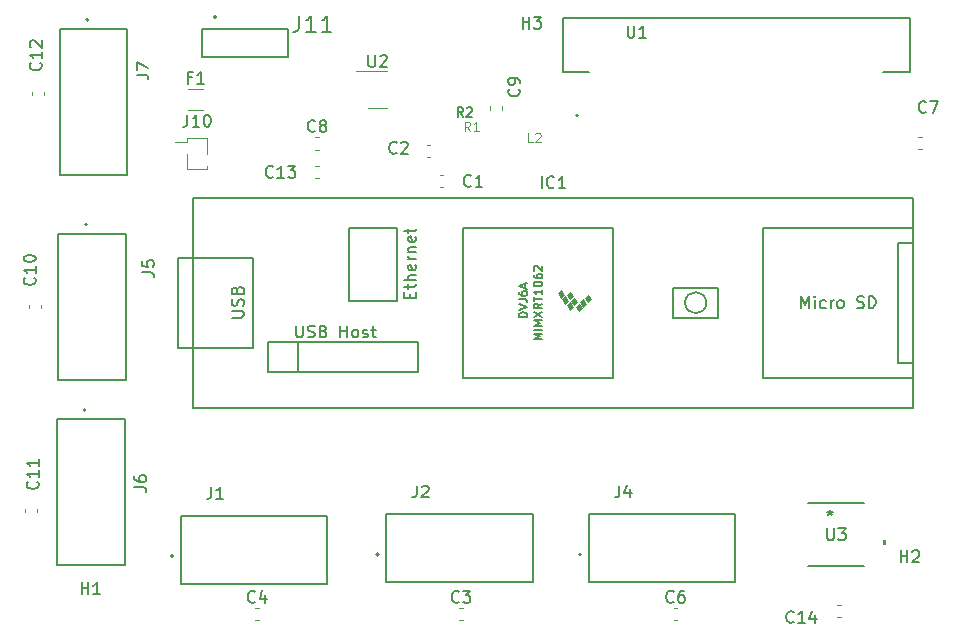
<source format=gbr>
%TF.GenerationSoftware,KiCad,Pcbnew,7.0.7*%
%TF.CreationDate,2024-02-11T14:14:06-05:00*%
%TF.ProjectId,Teddi 2-11-24,54656464-6920-4322-9d31-312d32342e6b,rev?*%
%TF.SameCoordinates,Original*%
%TF.FileFunction,Legend,Top*%
%TF.FilePolarity,Positive*%
%FSLAX46Y46*%
G04 Gerber Fmt 4.6, Leading zero omitted, Abs format (unit mm)*
G04 Created by KiCad (PCBNEW 7.0.7) date 2024-02-11 14:14:06*
%MOMM*%
%LPD*%
G01*
G04 APERTURE LIST*
%ADD10C,0.150000*%
%ADD11C,0.080000*%
%ADD12C,0.100000*%
%ADD13C,0.120000*%
%ADD14C,0.127000*%
%ADD15C,0.200000*%
%ADD16C,0.152400*%
G04 APERTURE END LIST*
D10*
X97503810Y-92824819D02*
X97503810Y-91824819D01*
X98551428Y-92729580D02*
X98503809Y-92777200D01*
X98503809Y-92777200D02*
X98360952Y-92824819D01*
X98360952Y-92824819D02*
X98265714Y-92824819D01*
X98265714Y-92824819D02*
X98122857Y-92777200D01*
X98122857Y-92777200D02*
X98027619Y-92681961D01*
X98027619Y-92681961D02*
X97980000Y-92586723D01*
X97980000Y-92586723D02*
X97932381Y-92396247D01*
X97932381Y-92396247D02*
X97932381Y-92253390D01*
X97932381Y-92253390D02*
X97980000Y-92062914D01*
X97980000Y-92062914D02*
X98027619Y-91967676D01*
X98027619Y-91967676D02*
X98122857Y-91872438D01*
X98122857Y-91872438D02*
X98265714Y-91824819D01*
X98265714Y-91824819D02*
X98360952Y-91824819D01*
X98360952Y-91824819D02*
X98503809Y-91872438D01*
X98503809Y-91872438D02*
X98551428Y-91920057D01*
X99503809Y-92824819D02*
X98932381Y-92824819D01*
X99218095Y-92824819D02*
X99218095Y-91824819D01*
X99218095Y-91824819D02*
X99122857Y-91967676D01*
X99122857Y-91967676D02*
X99027619Y-92062914D01*
X99027619Y-92062914D02*
X98932381Y-92110533D01*
X97526033Y-105613333D02*
X96826033Y-105613333D01*
X96826033Y-105613333D02*
X97326033Y-105380000D01*
X97326033Y-105380000D02*
X96826033Y-105146666D01*
X96826033Y-105146666D02*
X97526033Y-105146666D01*
X97526033Y-104813333D02*
X96826033Y-104813333D01*
X97526033Y-104480000D02*
X96826033Y-104480000D01*
X96826033Y-104480000D02*
X97326033Y-104246667D01*
X97326033Y-104246667D02*
X96826033Y-104013333D01*
X96826033Y-104013333D02*
X97526033Y-104013333D01*
X96826033Y-103746667D02*
X97526033Y-103280000D01*
X96826033Y-103280000D02*
X97526033Y-103746667D01*
X97526033Y-102613333D02*
X97192700Y-102846666D01*
X97526033Y-103013333D02*
X96826033Y-103013333D01*
X96826033Y-103013333D02*
X96826033Y-102746666D01*
X96826033Y-102746666D02*
X96859366Y-102680000D01*
X96859366Y-102680000D02*
X96892700Y-102646666D01*
X96892700Y-102646666D02*
X96959366Y-102613333D01*
X96959366Y-102613333D02*
X97059366Y-102613333D01*
X97059366Y-102613333D02*
X97126033Y-102646666D01*
X97126033Y-102646666D02*
X97159366Y-102680000D01*
X97159366Y-102680000D02*
X97192700Y-102746666D01*
X97192700Y-102746666D02*
X97192700Y-103013333D01*
X96826033Y-102413333D02*
X96826033Y-102013333D01*
X97526033Y-102213333D02*
X96826033Y-102213333D01*
X97526033Y-101413333D02*
X97526033Y-101813333D01*
X97526033Y-101613333D02*
X96826033Y-101613333D01*
X96826033Y-101613333D02*
X96926033Y-101680000D01*
X96926033Y-101680000D02*
X96992700Y-101746667D01*
X96992700Y-101746667D02*
X97026033Y-101813333D01*
X96826033Y-100980000D02*
X96826033Y-100913333D01*
X96826033Y-100913333D02*
X96859366Y-100846666D01*
X96859366Y-100846666D02*
X96892700Y-100813333D01*
X96892700Y-100813333D02*
X96959366Y-100780000D01*
X96959366Y-100780000D02*
X97092700Y-100746666D01*
X97092700Y-100746666D02*
X97259366Y-100746666D01*
X97259366Y-100746666D02*
X97392700Y-100780000D01*
X97392700Y-100780000D02*
X97459366Y-100813333D01*
X97459366Y-100813333D02*
X97492700Y-100846666D01*
X97492700Y-100846666D02*
X97526033Y-100913333D01*
X97526033Y-100913333D02*
X97526033Y-100980000D01*
X97526033Y-100980000D02*
X97492700Y-101046666D01*
X97492700Y-101046666D02*
X97459366Y-101080000D01*
X97459366Y-101080000D02*
X97392700Y-101113333D01*
X97392700Y-101113333D02*
X97259366Y-101146666D01*
X97259366Y-101146666D02*
X97092700Y-101146666D01*
X97092700Y-101146666D02*
X96959366Y-101113333D01*
X96959366Y-101113333D02*
X96892700Y-101080000D01*
X96892700Y-101080000D02*
X96859366Y-101046666D01*
X96859366Y-101046666D02*
X96826033Y-100980000D01*
X96826033Y-100146666D02*
X96826033Y-100279999D01*
X96826033Y-100279999D02*
X96859366Y-100346666D01*
X96859366Y-100346666D02*
X96892700Y-100379999D01*
X96892700Y-100379999D02*
X96992700Y-100446666D01*
X96992700Y-100446666D02*
X97126033Y-100479999D01*
X97126033Y-100479999D02*
X97392700Y-100479999D01*
X97392700Y-100479999D02*
X97459366Y-100446666D01*
X97459366Y-100446666D02*
X97492700Y-100413333D01*
X97492700Y-100413333D02*
X97526033Y-100346666D01*
X97526033Y-100346666D02*
X97526033Y-100213333D01*
X97526033Y-100213333D02*
X97492700Y-100146666D01*
X97492700Y-100146666D02*
X97459366Y-100113333D01*
X97459366Y-100113333D02*
X97392700Y-100079999D01*
X97392700Y-100079999D02*
X97226033Y-100079999D01*
X97226033Y-100079999D02*
X97159366Y-100113333D01*
X97159366Y-100113333D02*
X97126033Y-100146666D01*
X97126033Y-100146666D02*
X97092700Y-100213333D01*
X97092700Y-100213333D02*
X97092700Y-100346666D01*
X97092700Y-100346666D02*
X97126033Y-100413333D01*
X97126033Y-100413333D02*
X97159366Y-100446666D01*
X97159366Y-100446666D02*
X97226033Y-100479999D01*
X96892700Y-99813332D02*
X96859366Y-99779999D01*
X96859366Y-99779999D02*
X96826033Y-99713332D01*
X96826033Y-99713332D02*
X96826033Y-99546666D01*
X96826033Y-99546666D02*
X96859366Y-99479999D01*
X96859366Y-99479999D02*
X96892700Y-99446666D01*
X96892700Y-99446666D02*
X96959366Y-99413332D01*
X96959366Y-99413332D02*
X97026033Y-99413332D01*
X97026033Y-99413332D02*
X97126033Y-99446666D01*
X97126033Y-99446666D02*
X97526033Y-99846666D01*
X97526033Y-99846666D02*
X97526033Y-99413332D01*
X119490952Y-102984819D02*
X119490952Y-101984819D01*
X119490952Y-101984819D02*
X119824285Y-102699104D01*
X119824285Y-102699104D02*
X120157618Y-101984819D01*
X120157618Y-101984819D02*
X120157618Y-102984819D01*
X120633809Y-102984819D02*
X120633809Y-102318152D01*
X120633809Y-101984819D02*
X120586190Y-102032438D01*
X120586190Y-102032438D02*
X120633809Y-102080057D01*
X120633809Y-102080057D02*
X120681428Y-102032438D01*
X120681428Y-102032438D02*
X120633809Y-101984819D01*
X120633809Y-101984819D02*
X120633809Y-102080057D01*
X121538570Y-102937200D02*
X121443332Y-102984819D01*
X121443332Y-102984819D02*
X121252856Y-102984819D01*
X121252856Y-102984819D02*
X121157618Y-102937200D01*
X121157618Y-102937200D02*
X121109999Y-102889580D01*
X121109999Y-102889580D02*
X121062380Y-102794342D01*
X121062380Y-102794342D02*
X121062380Y-102508628D01*
X121062380Y-102508628D02*
X121109999Y-102413390D01*
X121109999Y-102413390D02*
X121157618Y-102365771D01*
X121157618Y-102365771D02*
X121252856Y-102318152D01*
X121252856Y-102318152D02*
X121443332Y-102318152D01*
X121443332Y-102318152D02*
X121538570Y-102365771D01*
X121967142Y-102984819D02*
X121967142Y-102318152D01*
X121967142Y-102508628D02*
X122014761Y-102413390D01*
X122014761Y-102413390D02*
X122062380Y-102365771D01*
X122062380Y-102365771D02*
X122157618Y-102318152D01*
X122157618Y-102318152D02*
X122252856Y-102318152D01*
X122729047Y-102984819D02*
X122633809Y-102937200D01*
X122633809Y-102937200D02*
X122586190Y-102889580D01*
X122586190Y-102889580D02*
X122538571Y-102794342D01*
X122538571Y-102794342D02*
X122538571Y-102508628D01*
X122538571Y-102508628D02*
X122586190Y-102413390D01*
X122586190Y-102413390D02*
X122633809Y-102365771D01*
X122633809Y-102365771D02*
X122729047Y-102318152D01*
X122729047Y-102318152D02*
X122871904Y-102318152D01*
X122871904Y-102318152D02*
X122967142Y-102365771D01*
X122967142Y-102365771D02*
X123014761Y-102413390D01*
X123014761Y-102413390D02*
X123062380Y-102508628D01*
X123062380Y-102508628D02*
X123062380Y-102794342D01*
X123062380Y-102794342D02*
X123014761Y-102889580D01*
X123014761Y-102889580D02*
X122967142Y-102937200D01*
X122967142Y-102937200D02*
X122871904Y-102984819D01*
X122871904Y-102984819D02*
X122729047Y-102984819D01*
X124205238Y-102937200D02*
X124348095Y-102984819D01*
X124348095Y-102984819D02*
X124586190Y-102984819D01*
X124586190Y-102984819D02*
X124681428Y-102937200D01*
X124681428Y-102937200D02*
X124729047Y-102889580D01*
X124729047Y-102889580D02*
X124776666Y-102794342D01*
X124776666Y-102794342D02*
X124776666Y-102699104D01*
X124776666Y-102699104D02*
X124729047Y-102603866D01*
X124729047Y-102603866D02*
X124681428Y-102556247D01*
X124681428Y-102556247D02*
X124586190Y-102508628D01*
X124586190Y-102508628D02*
X124395714Y-102461009D01*
X124395714Y-102461009D02*
X124300476Y-102413390D01*
X124300476Y-102413390D02*
X124252857Y-102365771D01*
X124252857Y-102365771D02*
X124205238Y-102270533D01*
X124205238Y-102270533D02*
X124205238Y-102175295D01*
X124205238Y-102175295D02*
X124252857Y-102080057D01*
X124252857Y-102080057D02*
X124300476Y-102032438D01*
X124300476Y-102032438D02*
X124395714Y-101984819D01*
X124395714Y-101984819D02*
X124633809Y-101984819D01*
X124633809Y-101984819D02*
X124776666Y-102032438D01*
X125205238Y-102984819D02*
X125205238Y-101984819D01*
X125205238Y-101984819D02*
X125443333Y-101984819D01*
X125443333Y-101984819D02*
X125586190Y-102032438D01*
X125586190Y-102032438D02*
X125681428Y-102127676D01*
X125681428Y-102127676D02*
X125729047Y-102222914D01*
X125729047Y-102222914D02*
X125776666Y-102413390D01*
X125776666Y-102413390D02*
X125776666Y-102556247D01*
X125776666Y-102556247D02*
X125729047Y-102746723D01*
X125729047Y-102746723D02*
X125681428Y-102841961D01*
X125681428Y-102841961D02*
X125586190Y-102937200D01*
X125586190Y-102937200D02*
X125443333Y-102984819D01*
X125443333Y-102984819D02*
X125205238Y-102984819D01*
X96256033Y-103733333D02*
X95556033Y-103733333D01*
X95556033Y-103733333D02*
X95556033Y-103566666D01*
X95556033Y-103566666D02*
X95589366Y-103466666D01*
X95589366Y-103466666D02*
X95656033Y-103400000D01*
X95656033Y-103400000D02*
X95722700Y-103366666D01*
X95722700Y-103366666D02*
X95856033Y-103333333D01*
X95856033Y-103333333D02*
X95956033Y-103333333D01*
X95956033Y-103333333D02*
X96089366Y-103366666D01*
X96089366Y-103366666D02*
X96156033Y-103400000D01*
X96156033Y-103400000D02*
X96222700Y-103466666D01*
X96222700Y-103466666D02*
X96256033Y-103566666D01*
X96256033Y-103566666D02*
X96256033Y-103733333D01*
X95556033Y-103133333D02*
X96256033Y-102900000D01*
X96256033Y-102900000D02*
X95556033Y-102666666D01*
X95556033Y-102233333D02*
X96056033Y-102233333D01*
X96056033Y-102233333D02*
X96156033Y-102266666D01*
X96156033Y-102266666D02*
X96222700Y-102333333D01*
X96222700Y-102333333D02*
X96256033Y-102433333D01*
X96256033Y-102433333D02*
X96256033Y-102500000D01*
X95556033Y-101600000D02*
X95556033Y-101733333D01*
X95556033Y-101733333D02*
X95589366Y-101800000D01*
X95589366Y-101800000D02*
X95622700Y-101833333D01*
X95622700Y-101833333D02*
X95722700Y-101900000D01*
X95722700Y-101900000D02*
X95856033Y-101933333D01*
X95856033Y-101933333D02*
X96122700Y-101933333D01*
X96122700Y-101933333D02*
X96189366Y-101900000D01*
X96189366Y-101900000D02*
X96222700Y-101866667D01*
X96222700Y-101866667D02*
X96256033Y-101800000D01*
X96256033Y-101800000D02*
X96256033Y-101666667D01*
X96256033Y-101666667D02*
X96222700Y-101600000D01*
X96222700Y-101600000D02*
X96189366Y-101566667D01*
X96189366Y-101566667D02*
X96122700Y-101533333D01*
X96122700Y-101533333D02*
X95956033Y-101533333D01*
X95956033Y-101533333D02*
X95889366Y-101566667D01*
X95889366Y-101566667D02*
X95856033Y-101600000D01*
X95856033Y-101600000D02*
X95822700Y-101666667D01*
X95822700Y-101666667D02*
X95822700Y-101800000D01*
X95822700Y-101800000D02*
X95856033Y-101866667D01*
X95856033Y-101866667D02*
X95889366Y-101900000D01*
X95889366Y-101900000D02*
X95956033Y-101933333D01*
X96056033Y-101266666D02*
X96056033Y-100933333D01*
X96256033Y-101333333D02*
X95556033Y-101100000D01*
X95556033Y-101100000D02*
X96256033Y-100866666D01*
X76704676Y-104474019D02*
X76704676Y-105283542D01*
X76704676Y-105283542D02*
X76752295Y-105378780D01*
X76752295Y-105378780D02*
X76799914Y-105426400D01*
X76799914Y-105426400D02*
X76895152Y-105474019D01*
X76895152Y-105474019D02*
X77085628Y-105474019D01*
X77085628Y-105474019D02*
X77180866Y-105426400D01*
X77180866Y-105426400D02*
X77228485Y-105378780D01*
X77228485Y-105378780D02*
X77276104Y-105283542D01*
X77276104Y-105283542D02*
X77276104Y-104474019D01*
X77704676Y-105426400D02*
X77847533Y-105474019D01*
X77847533Y-105474019D02*
X78085628Y-105474019D01*
X78085628Y-105474019D02*
X78180866Y-105426400D01*
X78180866Y-105426400D02*
X78228485Y-105378780D01*
X78228485Y-105378780D02*
X78276104Y-105283542D01*
X78276104Y-105283542D02*
X78276104Y-105188304D01*
X78276104Y-105188304D02*
X78228485Y-105093066D01*
X78228485Y-105093066D02*
X78180866Y-105045447D01*
X78180866Y-105045447D02*
X78085628Y-104997828D01*
X78085628Y-104997828D02*
X77895152Y-104950209D01*
X77895152Y-104950209D02*
X77799914Y-104902590D01*
X77799914Y-104902590D02*
X77752295Y-104854971D01*
X77752295Y-104854971D02*
X77704676Y-104759733D01*
X77704676Y-104759733D02*
X77704676Y-104664495D01*
X77704676Y-104664495D02*
X77752295Y-104569257D01*
X77752295Y-104569257D02*
X77799914Y-104521638D01*
X77799914Y-104521638D02*
X77895152Y-104474019D01*
X77895152Y-104474019D02*
X78133247Y-104474019D01*
X78133247Y-104474019D02*
X78276104Y-104521638D01*
X79038009Y-104950209D02*
X79180866Y-104997828D01*
X79180866Y-104997828D02*
X79228485Y-105045447D01*
X79228485Y-105045447D02*
X79276104Y-105140685D01*
X79276104Y-105140685D02*
X79276104Y-105283542D01*
X79276104Y-105283542D02*
X79228485Y-105378780D01*
X79228485Y-105378780D02*
X79180866Y-105426400D01*
X79180866Y-105426400D02*
X79085628Y-105474019D01*
X79085628Y-105474019D02*
X78704676Y-105474019D01*
X78704676Y-105474019D02*
X78704676Y-104474019D01*
X78704676Y-104474019D02*
X79038009Y-104474019D01*
X79038009Y-104474019D02*
X79133247Y-104521638D01*
X79133247Y-104521638D02*
X79180866Y-104569257D01*
X79180866Y-104569257D02*
X79228485Y-104664495D01*
X79228485Y-104664495D02*
X79228485Y-104759733D01*
X79228485Y-104759733D02*
X79180866Y-104854971D01*
X79180866Y-104854971D02*
X79133247Y-104902590D01*
X79133247Y-104902590D02*
X79038009Y-104950209D01*
X79038009Y-104950209D02*
X78704676Y-104950209D01*
X80466581Y-105474019D02*
X80466581Y-104474019D01*
X80466581Y-104950209D02*
X81038009Y-104950209D01*
X81038009Y-105474019D02*
X81038009Y-104474019D01*
X81657057Y-105474019D02*
X81561819Y-105426400D01*
X81561819Y-105426400D02*
X81514200Y-105378780D01*
X81514200Y-105378780D02*
X81466581Y-105283542D01*
X81466581Y-105283542D02*
X81466581Y-104997828D01*
X81466581Y-104997828D02*
X81514200Y-104902590D01*
X81514200Y-104902590D02*
X81561819Y-104854971D01*
X81561819Y-104854971D02*
X81657057Y-104807352D01*
X81657057Y-104807352D02*
X81799914Y-104807352D01*
X81799914Y-104807352D02*
X81895152Y-104854971D01*
X81895152Y-104854971D02*
X81942771Y-104902590D01*
X81942771Y-104902590D02*
X81990390Y-104997828D01*
X81990390Y-104997828D02*
X81990390Y-105283542D01*
X81990390Y-105283542D02*
X81942771Y-105378780D01*
X81942771Y-105378780D02*
X81895152Y-105426400D01*
X81895152Y-105426400D02*
X81799914Y-105474019D01*
X81799914Y-105474019D02*
X81657057Y-105474019D01*
X82371343Y-105426400D02*
X82466581Y-105474019D01*
X82466581Y-105474019D02*
X82657057Y-105474019D01*
X82657057Y-105474019D02*
X82752295Y-105426400D01*
X82752295Y-105426400D02*
X82799914Y-105331161D01*
X82799914Y-105331161D02*
X82799914Y-105283542D01*
X82799914Y-105283542D02*
X82752295Y-105188304D01*
X82752295Y-105188304D02*
X82657057Y-105140685D01*
X82657057Y-105140685D02*
X82514200Y-105140685D01*
X82514200Y-105140685D02*
X82418962Y-105093066D01*
X82418962Y-105093066D02*
X82371343Y-104997828D01*
X82371343Y-104997828D02*
X82371343Y-104950209D01*
X82371343Y-104950209D02*
X82418962Y-104854971D01*
X82418962Y-104854971D02*
X82514200Y-104807352D01*
X82514200Y-104807352D02*
X82657057Y-104807352D01*
X82657057Y-104807352D02*
X82752295Y-104854971D01*
X83085629Y-104807352D02*
X83466581Y-104807352D01*
X83228486Y-104474019D02*
X83228486Y-105331161D01*
X83228486Y-105331161D02*
X83276105Y-105426400D01*
X83276105Y-105426400D02*
X83371343Y-105474019D01*
X83371343Y-105474019D02*
X83466581Y-105474019D01*
X86346009Y-102110543D02*
X86346009Y-101777210D01*
X86869819Y-101634353D02*
X86869819Y-102110543D01*
X86869819Y-102110543D02*
X85869819Y-102110543D01*
X85869819Y-102110543D02*
X85869819Y-101634353D01*
X86203152Y-101348638D02*
X86203152Y-100967686D01*
X85869819Y-101205781D02*
X86726961Y-101205781D01*
X86726961Y-101205781D02*
X86822200Y-101158162D01*
X86822200Y-101158162D02*
X86869819Y-101062924D01*
X86869819Y-101062924D02*
X86869819Y-100967686D01*
X86869819Y-100634352D02*
X85869819Y-100634352D01*
X86869819Y-100205781D02*
X86346009Y-100205781D01*
X86346009Y-100205781D02*
X86250771Y-100253400D01*
X86250771Y-100253400D02*
X86203152Y-100348638D01*
X86203152Y-100348638D02*
X86203152Y-100491495D01*
X86203152Y-100491495D02*
X86250771Y-100586733D01*
X86250771Y-100586733D02*
X86298390Y-100634352D01*
X86822200Y-99348638D02*
X86869819Y-99443876D01*
X86869819Y-99443876D02*
X86869819Y-99634352D01*
X86869819Y-99634352D02*
X86822200Y-99729590D01*
X86822200Y-99729590D02*
X86726961Y-99777209D01*
X86726961Y-99777209D02*
X86346009Y-99777209D01*
X86346009Y-99777209D02*
X86250771Y-99729590D01*
X86250771Y-99729590D02*
X86203152Y-99634352D01*
X86203152Y-99634352D02*
X86203152Y-99443876D01*
X86203152Y-99443876D02*
X86250771Y-99348638D01*
X86250771Y-99348638D02*
X86346009Y-99301019D01*
X86346009Y-99301019D02*
X86441247Y-99301019D01*
X86441247Y-99301019D02*
X86536485Y-99777209D01*
X86869819Y-98872447D02*
X86203152Y-98872447D01*
X86393628Y-98872447D02*
X86298390Y-98824828D01*
X86298390Y-98824828D02*
X86250771Y-98777209D01*
X86250771Y-98777209D02*
X86203152Y-98681971D01*
X86203152Y-98681971D02*
X86203152Y-98586733D01*
X86203152Y-98253399D02*
X86869819Y-98253399D01*
X86298390Y-98253399D02*
X86250771Y-98205780D01*
X86250771Y-98205780D02*
X86203152Y-98110542D01*
X86203152Y-98110542D02*
X86203152Y-97967685D01*
X86203152Y-97967685D02*
X86250771Y-97872447D01*
X86250771Y-97872447D02*
X86346009Y-97824828D01*
X86346009Y-97824828D02*
X86869819Y-97824828D01*
X86822200Y-96967685D02*
X86869819Y-97062923D01*
X86869819Y-97062923D02*
X86869819Y-97253399D01*
X86869819Y-97253399D02*
X86822200Y-97348637D01*
X86822200Y-97348637D02*
X86726961Y-97396256D01*
X86726961Y-97396256D02*
X86346009Y-97396256D01*
X86346009Y-97396256D02*
X86250771Y-97348637D01*
X86250771Y-97348637D02*
X86203152Y-97253399D01*
X86203152Y-97253399D02*
X86203152Y-97062923D01*
X86203152Y-97062923D02*
X86250771Y-96967685D01*
X86250771Y-96967685D02*
X86346009Y-96920066D01*
X86346009Y-96920066D02*
X86441247Y-96920066D01*
X86441247Y-96920066D02*
X86536485Y-97396256D01*
X86203152Y-96634351D02*
X86203152Y-96253399D01*
X85869819Y-96491494D02*
X86726961Y-96491494D01*
X86726961Y-96491494D02*
X86822200Y-96443875D01*
X86822200Y-96443875D02*
X86869819Y-96348637D01*
X86869819Y-96348637D02*
X86869819Y-96253399D01*
X71264819Y-103791904D02*
X72074342Y-103791904D01*
X72074342Y-103791904D02*
X72169580Y-103744285D01*
X72169580Y-103744285D02*
X72217200Y-103696666D01*
X72217200Y-103696666D02*
X72264819Y-103601428D01*
X72264819Y-103601428D02*
X72264819Y-103410952D01*
X72264819Y-103410952D02*
X72217200Y-103315714D01*
X72217200Y-103315714D02*
X72169580Y-103268095D01*
X72169580Y-103268095D02*
X72074342Y-103220476D01*
X72074342Y-103220476D02*
X71264819Y-103220476D01*
X72217200Y-102791904D02*
X72264819Y-102649047D01*
X72264819Y-102649047D02*
X72264819Y-102410952D01*
X72264819Y-102410952D02*
X72217200Y-102315714D01*
X72217200Y-102315714D02*
X72169580Y-102268095D01*
X72169580Y-102268095D02*
X72074342Y-102220476D01*
X72074342Y-102220476D02*
X71979104Y-102220476D01*
X71979104Y-102220476D02*
X71883866Y-102268095D01*
X71883866Y-102268095D02*
X71836247Y-102315714D01*
X71836247Y-102315714D02*
X71788628Y-102410952D01*
X71788628Y-102410952D02*
X71741009Y-102601428D01*
X71741009Y-102601428D02*
X71693390Y-102696666D01*
X71693390Y-102696666D02*
X71645771Y-102744285D01*
X71645771Y-102744285D02*
X71550533Y-102791904D01*
X71550533Y-102791904D02*
X71455295Y-102791904D01*
X71455295Y-102791904D02*
X71360057Y-102744285D01*
X71360057Y-102744285D02*
X71312438Y-102696666D01*
X71312438Y-102696666D02*
X71264819Y-102601428D01*
X71264819Y-102601428D02*
X71264819Y-102363333D01*
X71264819Y-102363333D02*
X71312438Y-102220476D01*
X71741009Y-101458571D02*
X71788628Y-101315714D01*
X71788628Y-101315714D02*
X71836247Y-101268095D01*
X71836247Y-101268095D02*
X71931485Y-101220476D01*
X71931485Y-101220476D02*
X72074342Y-101220476D01*
X72074342Y-101220476D02*
X72169580Y-101268095D01*
X72169580Y-101268095D02*
X72217200Y-101315714D01*
X72217200Y-101315714D02*
X72264819Y-101410952D01*
X72264819Y-101410952D02*
X72264819Y-101791904D01*
X72264819Y-101791904D02*
X71264819Y-101791904D01*
X71264819Y-101791904D02*
X71264819Y-101458571D01*
X71264819Y-101458571D02*
X71312438Y-101363333D01*
X71312438Y-101363333D02*
X71360057Y-101315714D01*
X71360057Y-101315714D02*
X71455295Y-101268095D01*
X71455295Y-101268095D02*
X71550533Y-101268095D01*
X71550533Y-101268095D02*
X71645771Y-101315714D01*
X71645771Y-101315714D02*
X71693390Y-101363333D01*
X71693390Y-101363333D02*
X71741009Y-101458571D01*
X71741009Y-101458571D02*
X71741009Y-101791904D01*
X95558780Y-84443866D02*
X95606400Y-84491485D01*
X95606400Y-84491485D02*
X95654019Y-84634342D01*
X95654019Y-84634342D02*
X95654019Y-84729580D01*
X95654019Y-84729580D02*
X95606400Y-84872437D01*
X95606400Y-84872437D02*
X95511161Y-84967675D01*
X95511161Y-84967675D02*
X95415923Y-85015294D01*
X95415923Y-85015294D02*
X95225447Y-85062913D01*
X95225447Y-85062913D02*
X95082590Y-85062913D01*
X95082590Y-85062913D02*
X94892114Y-85015294D01*
X94892114Y-85015294D02*
X94796876Y-84967675D01*
X94796876Y-84967675D02*
X94701638Y-84872437D01*
X94701638Y-84872437D02*
X94654019Y-84729580D01*
X94654019Y-84729580D02*
X94654019Y-84634342D01*
X94654019Y-84634342D02*
X94701638Y-84491485D01*
X94701638Y-84491485D02*
X94749257Y-84443866D01*
X95654019Y-83967675D02*
X95654019Y-83777199D01*
X95654019Y-83777199D02*
X95606400Y-83681961D01*
X95606400Y-83681961D02*
X95558780Y-83634342D01*
X95558780Y-83634342D02*
X95415923Y-83539104D01*
X95415923Y-83539104D02*
X95225447Y-83491485D01*
X95225447Y-83491485D02*
X94844495Y-83491485D01*
X94844495Y-83491485D02*
X94749257Y-83539104D01*
X94749257Y-83539104D02*
X94701638Y-83586723D01*
X94701638Y-83586723D02*
X94654019Y-83681961D01*
X94654019Y-83681961D02*
X94654019Y-83872437D01*
X94654019Y-83872437D02*
X94701638Y-83967675D01*
X94701638Y-83967675D02*
X94749257Y-84015294D01*
X94749257Y-84015294D02*
X94844495Y-84062913D01*
X94844495Y-84062913D02*
X95082590Y-84062913D01*
X95082590Y-84062913D02*
X95177828Y-84015294D01*
X95177828Y-84015294D02*
X95225447Y-83967675D01*
X95225447Y-83967675D02*
X95273066Y-83872437D01*
X95273066Y-83872437D02*
X95273066Y-83681961D01*
X95273066Y-83681961D02*
X95225447Y-83586723D01*
X95225447Y-83586723D02*
X95177828Y-83539104D01*
X95177828Y-83539104D02*
X95082590Y-83491485D01*
X118838742Y-129543980D02*
X118791123Y-129591600D01*
X118791123Y-129591600D02*
X118648266Y-129639219D01*
X118648266Y-129639219D02*
X118553028Y-129639219D01*
X118553028Y-129639219D02*
X118410171Y-129591600D01*
X118410171Y-129591600D02*
X118314933Y-129496361D01*
X118314933Y-129496361D02*
X118267314Y-129401123D01*
X118267314Y-129401123D02*
X118219695Y-129210647D01*
X118219695Y-129210647D02*
X118219695Y-129067790D01*
X118219695Y-129067790D02*
X118267314Y-128877314D01*
X118267314Y-128877314D02*
X118314933Y-128782076D01*
X118314933Y-128782076D02*
X118410171Y-128686838D01*
X118410171Y-128686838D02*
X118553028Y-128639219D01*
X118553028Y-128639219D02*
X118648266Y-128639219D01*
X118648266Y-128639219D02*
X118791123Y-128686838D01*
X118791123Y-128686838D02*
X118838742Y-128734457D01*
X119791123Y-129639219D02*
X119219695Y-129639219D01*
X119505409Y-129639219D02*
X119505409Y-128639219D01*
X119505409Y-128639219D02*
X119410171Y-128782076D01*
X119410171Y-128782076D02*
X119314933Y-128877314D01*
X119314933Y-128877314D02*
X119219695Y-128924933D01*
X120648266Y-128972552D02*
X120648266Y-129639219D01*
X120410171Y-128591600D02*
X120172076Y-129305885D01*
X120172076Y-129305885D02*
X120791123Y-129305885D01*
X74744342Y-91850380D02*
X74696723Y-91898000D01*
X74696723Y-91898000D02*
X74553866Y-91945619D01*
X74553866Y-91945619D02*
X74458628Y-91945619D01*
X74458628Y-91945619D02*
X74315771Y-91898000D01*
X74315771Y-91898000D02*
X74220533Y-91802761D01*
X74220533Y-91802761D02*
X74172914Y-91707523D01*
X74172914Y-91707523D02*
X74125295Y-91517047D01*
X74125295Y-91517047D02*
X74125295Y-91374190D01*
X74125295Y-91374190D02*
X74172914Y-91183714D01*
X74172914Y-91183714D02*
X74220533Y-91088476D01*
X74220533Y-91088476D02*
X74315771Y-90993238D01*
X74315771Y-90993238D02*
X74458628Y-90945619D01*
X74458628Y-90945619D02*
X74553866Y-90945619D01*
X74553866Y-90945619D02*
X74696723Y-90993238D01*
X74696723Y-90993238D02*
X74744342Y-91040857D01*
X75696723Y-91945619D02*
X75125295Y-91945619D01*
X75411009Y-91945619D02*
X75411009Y-90945619D01*
X75411009Y-90945619D02*
X75315771Y-91088476D01*
X75315771Y-91088476D02*
X75220533Y-91183714D01*
X75220533Y-91183714D02*
X75125295Y-91231333D01*
X76030057Y-90945619D02*
X76649104Y-90945619D01*
X76649104Y-90945619D02*
X76315771Y-91326571D01*
X76315771Y-91326571D02*
X76458628Y-91326571D01*
X76458628Y-91326571D02*
X76553866Y-91374190D01*
X76553866Y-91374190D02*
X76601485Y-91421809D01*
X76601485Y-91421809D02*
X76649104Y-91517047D01*
X76649104Y-91517047D02*
X76649104Y-91755142D01*
X76649104Y-91755142D02*
X76601485Y-91850380D01*
X76601485Y-91850380D02*
X76553866Y-91898000D01*
X76553866Y-91898000D02*
X76458628Y-91945619D01*
X76458628Y-91945619D02*
X76172914Y-91945619D01*
X76172914Y-91945619D02*
X76077676Y-91898000D01*
X76077676Y-91898000D02*
X76030057Y-91850380D01*
X55071180Y-82227657D02*
X55118800Y-82275276D01*
X55118800Y-82275276D02*
X55166419Y-82418133D01*
X55166419Y-82418133D02*
X55166419Y-82513371D01*
X55166419Y-82513371D02*
X55118800Y-82656228D01*
X55118800Y-82656228D02*
X55023561Y-82751466D01*
X55023561Y-82751466D02*
X54928323Y-82799085D01*
X54928323Y-82799085D02*
X54737847Y-82846704D01*
X54737847Y-82846704D02*
X54594990Y-82846704D01*
X54594990Y-82846704D02*
X54404514Y-82799085D01*
X54404514Y-82799085D02*
X54309276Y-82751466D01*
X54309276Y-82751466D02*
X54214038Y-82656228D01*
X54214038Y-82656228D02*
X54166419Y-82513371D01*
X54166419Y-82513371D02*
X54166419Y-82418133D01*
X54166419Y-82418133D02*
X54214038Y-82275276D01*
X54214038Y-82275276D02*
X54261657Y-82227657D01*
X55166419Y-81275276D02*
X55166419Y-81846704D01*
X55166419Y-81560990D02*
X54166419Y-81560990D01*
X54166419Y-81560990D02*
X54309276Y-81656228D01*
X54309276Y-81656228D02*
X54404514Y-81751466D01*
X54404514Y-81751466D02*
X54452133Y-81846704D01*
X54261657Y-80894323D02*
X54214038Y-80846704D01*
X54214038Y-80846704D02*
X54166419Y-80751466D01*
X54166419Y-80751466D02*
X54166419Y-80513371D01*
X54166419Y-80513371D02*
X54214038Y-80418133D01*
X54214038Y-80418133D02*
X54261657Y-80370514D01*
X54261657Y-80370514D02*
X54356895Y-80322895D01*
X54356895Y-80322895D02*
X54452133Y-80322895D01*
X54452133Y-80322895D02*
X54594990Y-80370514D01*
X54594990Y-80370514D02*
X55166419Y-80941942D01*
X55166419Y-80941942D02*
X55166419Y-80322895D01*
X54817180Y-117686057D02*
X54864800Y-117733676D01*
X54864800Y-117733676D02*
X54912419Y-117876533D01*
X54912419Y-117876533D02*
X54912419Y-117971771D01*
X54912419Y-117971771D02*
X54864800Y-118114628D01*
X54864800Y-118114628D02*
X54769561Y-118209866D01*
X54769561Y-118209866D02*
X54674323Y-118257485D01*
X54674323Y-118257485D02*
X54483847Y-118305104D01*
X54483847Y-118305104D02*
X54340990Y-118305104D01*
X54340990Y-118305104D02*
X54150514Y-118257485D01*
X54150514Y-118257485D02*
X54055276Y-118209866D01*
X54055276Y-118209866D02*
X53960038Y-118114628D01*
X53960038Y-118114628D02*
X53912419Y-117971771D01*
X53912419Y-117971771D02*
X53912419Y-117876533D01*
X53912419Y-117876533D02*
X53960038Y-117733676D01*
X53960038Y-117733676D02*
X54007657Y-117686057D01*
X54912419Y-116733676D02*
X54912419Y-117305104D01*
X54912419Y-117019390D02*
X53912419Y-117019390D01*
X53912419Y-117019390D02*
X54055276Y-117114628D01*
X54055276Y-117114628D02*
X54150514Y-117209866D01*
X54150514Y-117209866D02*
X54198133Y-117305104D01*
X54912419Y-115781295D02*
X54912419Y-116352723D01*
X54912419Y-116067009D02*
X53912419Y-116067009D01*
X53912419Y-116067009D02*
X54055276Y-116162247D01*
X54055276Y-116162247D02*
X54150514Y-116257485D01*
X54150514Y-116257485D02*
X54198133Y-116352723D01*
X54563180Y-100414057D02*
X54610800Y-100461676D01*
X54610800Y-100461676D02*
X54658419Y-100604533D01*
X54658419Y-100604533D02*
X54658419Y-100699771D01*
X54658419Y-100699771D02*
X54610800Y-100842628D01*
X54610800Y-100842628D02*
X54515561Y-100937866D01*
X54515561Y-100937866D02*
X54420323Y-100985485D01*
X54420323Y-100985485D02*
X54229847Y-101033104D01*
X54229847Y-101033104D02*
X54086990Y-101033104D01*
X54086990Y-101033104D02*
X53896514Y-100985485D01*
X53896514Y-100985485D02*
X53801276Y-100937866D01*
X53801276Y-100937866D02*
X53706038Y-100842628D01*
X53706038Y-100842628D02*
X53658419Y-100699771D01*
X53658419Y-100699771D02*
X53658419Y-100604533D01*
X53658419Y-100604533D02*
X53706038Y-100461676D01*
X53706038Y-100461676D02*
X53753657Y-100414057D01*
X54658419Y-99461676D02*
X54658419Y-100033104D01*
X54658419Y-99747390D02*
X53658419Y-99747390D01*
X53658419Y-99747390D02*
X53801276Y-99842628D01*
X53801276Y-99842628D02*
X53896514Y-99937866D01*
X53896514Y-99937866D02*
X53944133Y-100033104D01*
X53658419Y-98842628D02*
X53658419Y-98747390D01*
X53658419Y-98747390D02*
X53706038Y-98652152D01*
X53706038Y-98652152D02*
X53753657Y-98604533D01*
X53753657Y-98604533D02*
X53848895Y-98556914D01*
X53848895Y-98556914D02*
X54039371Y-98509295D01*
X54039371Y-98509295D02*
X54277466Y-98509295D01*
X54277466Y-98509295D02*
X54467942Y-98556914D01*
X54467942Y-98556914D02*
X54563180Y-98604533D01*
X54563180Y-98604533D02*
X54610800Y-98652152D01*
X54610800Y-98652152D02*
X54658419Y-98747390D01*
X54658419Y-98747390D02*
X54658419Y-98842628D01*
X54658419Y-98842628D02*
X54610800Y-98937866D01*
X54610800Y-98937866D02*
X54563180Y-98985485D01*
X54563180Y-98985485D02*
X54467942Y-99033104D01*
X54467942Y-99033104D02*
X54277466Y-99080723D01*
X54277466Y-99080723D02*
X54039371Y-99080723D01*
X54039371Y-99080723D02*
X53848895Y-99033104D01*
X53848895Y-99033104D02*
X53753657Y-98985485D01*
X53753657Y-98985485D02*
X53706038Y-98937866D01*
X53706038Y-98937866D02*
X53658419Y-98842628D01*
X78319333Y-87979580D02*
X78271714Y-88027200D01*
X78271714Y-88027200D02*
X78128857Y-88074819D01*
X78128857Y-88074819D02*
X78033619Y-88074819D01*
X78033619Y-88074819D02*
X77890762Y-88027200D01*
X77890762Y-88027200D02*
X77795524Y-87931961D01*
X77795524Y-87931961D02*
X77747905Y-87836723D01*
X77747905Y-87836723D02*
X77700286Y-87646247D01*
X77700286Y-87646247D02*
X77700286Y-87503390D01*
X77700286Y-87503390D02*
X77747905Y-87312914D01*
X77747905Y-87312914D02*
X77795524Y-87217676D01*
X77795524Y-87217676D02*
X77890762Y-87122438D01*
X77890762Y-87122438D02*
X78033619Y-87074819D01*
X78033619Y-87074819D02*
X78128857Y-87074819D01*
X78128857Y-87074819D02*
X78271714Y-87122438D01*
X78271714Y-87122438D02*
X78319333Y-87170057D01*
X78890762Y-87503390D02*
X78795524Y-87455771D01*
X78795524Y-87455771D02*
X78747905Y-87408152D01*
X78747905Y-87408152D02*
X78700286Y-87312914D01*
X78700286Y-87312914D02*
X78700286Y-87265295D01*
X78700286Y-87265295D02*
X78747905Y-87170057D01*
X78747905Y-87170057D02*
X78795524Y-87122438D01*
X78795524Y-87122438D02*
X78890762Y-87074819D01*
X78890762Y-87074819D02*
X79081238Y-87074819D01*
X79081238Y-87074819D02*
X79176476Y-87122438D01*
X79176476Y-87122438D02*
X79224095Y-87170057D01*
X79224095Y-87170057D02*
X79271714Y-87265295D01*
X79271714Y-87265295D02*
X79271714Y-87312914D01*
X79271714Y-87312914D02*
X79224095Y-87408152D01*
X79224095Y-87408152D02*
X79176476Y-87455771D01*
X79176476Y-87455771D02*
X79081238Y-87503390D01*
X79081238Y-87503390D02*
X78890762Y-87503390D01*
X78890762Y-87503390D02*
X78795524Y-87551009D01*
X78795524Y-87551009D02*
X78747905Y-87598628D01*
X78747905Y-87598628D02*
X78700286Y-87693866D01*
X78700286Y-87693866D02*
X78700286Y-87884342D01*
X78700286Y-87884342D02*
X78747905Y-87979580D01*
X78747905Y-87979580D02*
X78795524Y-88027200D01*
X78795524Y-88027200D02*
X78890762Y-88074819D01*
X78890762Y-88074819D02*
X79081238Y-88074819D01*
X79081238Y-88074819D02*
X79176476Y-88027200D01*
X79176476Y-88027200D02*
X79224095Y-87979580D01*
X79224095Y-87979580D02*
X79271714Y-87884342D01*
X79271714Y-87884342D02*
X79271714Y-87693866D01*
X79271714Y-87693866D02*
X79224095Y-87598628D01*
X79224095Y-87598628D02*
X79176476Y-87551009D01*
X79176476Y-87551009D02*
X79081238Y-87503390D01*
X130033733Y-86363980D02*
X129986114Y-86411600D01*
X129986114Y-86411600D02*
X129843257Y-86459219D01*
X129843257Y-86459219D02*
X129748019Y-86459219D01*
X129748019Y-86459219D02*
X129605162Y-86411600D01*
X129605162Y-86411600D02*
X129509924Y-86316361D01*
X129509924Y-86316361D02*
X129462305Y-86221123D01*
X129462305Y-86221123D02*
X129414686Y-86030647D01*
X129414686Y-86030647D02*
X129414686Y-85887790D01*
X129414686Y-85887790D02*
X129462305Y-85697314D01*
X129462305Y-85697314D02*
X129509924Y-85602076D01*
X129509924Y-85602076D02*
X129605162Y-85506838D01*
X129605162Y-85506838D02*
X129748019Y-85459219D01*
X129748019Y-85459219D02*
X129843257Y-85459219D01*
X129843257Y-85459219D02*
X129986114Y-85506838D01*
X129986114Y-85506838D02*
X130033733Y-85554457D01*
X130367067Y-85459219D02*
X131033733Y-85459219D01*
X131033733Y-85459219D02*
X130605162Y-86459219D01*
X108672333Y-127834580D02*
X108624714Y-127882200D01*
X108624714Y-127882200D02*
X108481857Y-127929819D01*
X108481857Y-127929819D02*
X108386619Y-127929819D01*
X108386619Y-127929819D02*
X108243762Y-127882200D01*
X108243762Y-127882200D02*
X108148524Y-127786961D01*
X108148524Y-127786961D02*
X108100905Y-127691723D01*
X108100905Y-127691723D02*
X108053286Y-127501247D01*
X108053286Y-127501247D02*
X108053286Y-127358390D01*
X108053286Y-127358390D02*
X108100905Y-127167914D01*
X108100905Y-127167914D02*
X108148524Y-127072676D01*
X108148524Y-127072676D02*
X108243762Y-126977438D01*
X108243762Y-126977438D02*
X108386619Y-126929819D01*
X108386619Y-126929819D02*
X108481857Y-126929819D01*
X108481857Y-126929819D02*
X108624714Y-126977438D01*
X108624714Y-126977438D02*
X108672333Y-127025057D01*
X109529476Y-126929819D02*
X109339000Y-126929819D01*
X109339000Y-126929819D02*
X109243762Y-126977438D01*
X109243762Y-126977438D02*
X109196143Y-127025057D01*
X109196143Y-127025057D02*
X109100905Y-127167914D01*
X109100905Y-127167914D02*
X109053286Y-127358390D01*
X109053286Y-127358390D02*
X109053286Y-127739342D01*
X109053286Y-127739342D02*
X109100905Y-127834580D01*
X109100905Y-127834580D02*
X109148524Y-127882200D01*
X109148524Y-127882200D02*
X109243762Y-127929819D01*
X109243762Y-127929819D02*
X109434238Y-127929819D01*
X109434238Y-127929819D02*
X109529476Y-127882200D01*
X109529476Y-127882200D02*
X109577095Y-127834580D01*
X109577095Y-127834580D02*
X109624714Y-127739342D01*
X109624714Y-127739342D02*
X109624714Y-127501247D01*
X109624714Y-127501247D02*
X109577095Y-127406009D01*
X109577095Y-127406009D02*
X109529476Y-127358390D01*
X109529476Y-127358390D02*
X109434238Y-127310771D01*
X109434238Y-127310771D02*
X109243762Y-127310771D01*
X109243762Y-127310771D02*
X109148524Y-127358390D01*
X109148524Y-127358390D02*
X109100905Y-127406009D01*
X109100905Y-127406009D02*
X109053286Y-127501247D01*
X73239333Y-127834580D02*
X73191714Y-127882200D01*
X73191714Y-127882200D02*
X73048857Y-127929819D01*
X73048857Y-127929819D02*
X72953619Y-127929819D01*
X72953619Y-127929819D02*
X72810762Y-127882200D01*
X72810762Y-127882200D02*
X72715524Y-127786961D01*
X72715524Y-127786961D02*
X72667905Y-127691723D01*
X72667905Y-127691723D02*
X72620286Y-127501247D01*
X72620286Y-127501247D02*
X72620286Y-127358390D01*
X72620286Y-127358390D02*
X72667905Y-127167914D01*
X72667905Y-127167914D02*
X72715524Y-127072676D01*
X72715524Y-127072676D02*
X72810762Y-126977438D01*
X72810762Y-126977438D02*
X72953619Y-126929819D01*
X72953619Y-126929819D02*
X73048857Y-126929819D01*
X73048857Y-126929819D02*
X73191714Y-126977438D01*
X73191714Y-126977438D02*
X73239333Y-127025057D01*
X74096476Y-127263152D02*
X74096476Y-127929819D01*
X73858381Y-126882200D02*
X73620286Y-127596485D01*
X73620286Y-127596485D02*
X74239333Y-127596485D01*
X90511333Y-127834580D02*
X90463714Y-127882200D01*
X90463714Y-127882200D02*
X90320857Y-127929819D01*
X90320857Y-127929819D02*
X90225619Y-127929819D01*
X90225619Y-127929819D02*
X90082762Y-127882200D01*
X90082762Y-127882200D02*
X89987524Y-127786961D01*
X89987524Y-127786961D02*
X89939905Y-127691723D01*
X89939905Y-127691723D02*
X89892286Y-127501247D01*
X89892286Y-127501247D02*
X89892286Y-127358390D01*
X89892286Y-127358390D02*
X89939905Y-127167914D01*
X89939905Y-127167914D02*
X89987524Y-127072676D01*
X89987524Y-127072676D02*
X90082762Y-126977438D01*
X90082762Y-126977438D02*
X90225619Y-126929819D01*
X90225619Y-126929819D02*
X90320857Y-126929819D01*
X90320857Y-126929819D02*
X90463714Y-126977438D01*
X90463714Y-126977438D02*
X90511333Y-127025057D01*
X90844667Y-126929819D02*
X91463714Y-126929819D01*
X91463714Y-126929819D02*
X91130381Y-127310771D01*
X91130381Y-127310771D02*
X91273238Y-127310771D01*
X91273238Y-127310771D02*
X91368476Y-127358390D01*
X91368476Y-127358390D02*
X91416095Y-127406009D01*
X91416095Y-127406009D02*
X91463714Y-127501247D01*
X91463714Y-127501247D02*
X91463714Y-127739342D01*
X91463714Y-127739342D02*
X91416095Y-127834580D01*
X91416095Y-127834580D02*
X91368476Y-127882200D01*
X91368476Y-127882200D02*
X91273238Y-127929819D01*
X91273238Y-127929819D02*
X90987524Y-127929819D01*
X90987524Y-127929819D02*
X90892286Y-127882200D01*
X90892286Y-127882200D02*
X90844667Y-127834580D01*
X85228133Y-89818380D02*
X85180514Y-89866000D01*
X85180514Y-89866000D02*
X85037657Y-89913619D01*
X85037657Y-89913619D02*
X84942419Y-89913619D01*
X84942419Y-89913619D02*
X84799562Y-89866000D01*
X84799562Y-89866000D02*
X84704324Y-89770761D01*
X84704324Y-89770761D02*
X84656705Y-89675523D01*
X84656705Y-89675523D02*
X84609086Y-89485047D01*
X84609086Y-89485047D02*
X84609086Y-89342190D01*
X84609086Y-89342190D02*
X84656705Y-89151714D01*
X84656705Y-89151714D02*
X84704324Y-89056476D01*
X84704324Y-89056476D02*
X84799562Y-88961238D01*
X84799562Y-88961238D02*
X84942419Y-88913619D01*
X84942419Y-88913619D02*
X85037657Y-88913619D01*
X85037657Y-88913619D02*
X85180514Y-88961238D01*
X85180514Y-88961238D02*
X85228133Y-89008857D01*
X85609086Y-89008857D02*
X85656705Y-88961238D01*
X85656705Y-88961238D02*
X85751943Y-88913619D01*
X85751943Y-88913619D02*
X85990038Y-88913619D01*
X85990038Y-88913619D02*
X86085276Y-88961238D01*
X86085276Y-88961238D02*
X86132895Y-89008857D01*
X86132895Y-89008857D02*
X86180514Y-89104095D01*
X86180514Y-89104095D02*
X86180514Y-89199333D01*
X86180514Y-89199333D02*
X86132895Y-89342190D01*
X86132895Y-89342190D02*
X85561467Y-89913619D01*
X85561467Y-89913619D02*
X86180514Y-89913619D01*
X91527333Y-92612380D02*
X91479714Y-92660000D01*
X91479714Y-92660000D02*
X91336857Y-92707619D01*
X91336857Y-92707619D02*
X91241619Y-92707619D01*
X91241619Y-92707619D02*
X91098762Y-92660000D01*
X91098762Y-92660000D02*
X91003524Y-92564761D01*
X91003524Y-92564761D02*
X90955905Y-92469523D01*
X90955905Y-92469523D02*
X90908286Y-92279047D01*
X90908286Y-92279047D02*
X90908286Y-92136190D01*
X90908286Y-92136190D02*
X90955905Y-91945714D01*
X90955905Y-91945714D02*
X91003524Y-91850476D01*
X91003524Y-91850476D02*
X91098762Y-91755238D01*
X91098762Y-91755238D02*
X91241619Y-91707619D01*
X91241619Y-91707619D02*
X91336857Y-91707619D01*
X91336857Y-91707619D02*
X91479714Y-91755238D01*
X91479714Y-91755238D02*
X91527333Y-91802857D01*
X92479714Y-92707619D02*
X91908286Y-92707619D01*
X92194000Y-92707619D02*
X92194000Y-91707619D01*
X92194000Y-91707619D02*
X92098762Y-91850476D01*
X92098762Y-91850476D02*
X92003524Y-91945714D01*
X92003524Y-91945714D02*
X91908286Y-91993333D01*
X67865666Y-83455009D02*
X67532333Y-83455009D01*
X67532333Y-83978819D02*
X67532333Y-82978819D01*
X67532333Y-82978819D02*
X68008523Y-82978819D01*
X68913285Y-83978819D02*
X68341857Y-83978819D01*
X68627571Y-83978819D02*
X68627571Y-82978819D01*
X68627571Y-82978819D02*
X68532333Y-83121676D01*
X68532333Y-83121676D02*
X68437095Y-83216914D01*
X68437095Y-83216914D02*
X68341857Y-83264533D01*
D11*
X96742266Y-88961135D02*
X96361314Y-88961135D01*
X96361314Y-88961135D02*
X96361314Y-88161135D01*
X96970837Y-88237325D02*
X97008933Y-88199230D01*
X97008933Y-88199230D02*
X97085123Y-88161135D01*
X97085123Y-88161135D02*
X97275599Y-88161135D01*
X97275599Y-88161135D02*
X97351790Y-88199230D01*
X97351790Y-88199230D02*
X97389885Y-88237325D01*
X97389885Y-88237325D02*
X97427980Y-88313516D01*
X97427980Y-88313516D02*
X97427980Y-88389706D01*
X97427980Y-88389706D02*
X97389885Y-88503992D01*
X97389885Y-88503992D02*
X96932742Y-88961135D01*
X96932742Y-88961135D02*
X97427980Y-88961135D01*
D10*
X104087666Y-118011819D02*
X104087666Y-118726104D01*
X104087666Y-118726104D02*
X104040047Y-118868961D01*
X104040047Y-118868961D02*
X103944809Y-118964200D01*
X103944809Y-118964200D02*
X103801952Y-119011819D01*
X103801952Y-119011819D02*
X103706714Y-119011819D01*
X104992428Y-118345152D02*
X104992428Y-119011819D01*
X104754333Y-117964200D02*
X104516238Y-118678485D01*
X104516238Y-118678485D02*
X105135285Y-118678485D01*
X127889095Y-124508819D02*
X127889095Y-123508819D01*
X127889095Y-123985009D02*
X128460523Y-123985009D01*
X128460523Y-124508819D02*
X128460523Y-123508819D01*
X128889095Y-123604057D02*
X128936714Y-123556438D01*
X128936714Y-123556438D02*
X129031952Y-123508819D01*
X129031952Y-123508819D02*
X129270047Y-123508819D01*
X129270047Y-123508819D02*
X129365285Y-123556438D01*
X129365285Y-123556438D02*
X129412904Y-123604057D01*
X129412904Y-123604057D02*
X129460523Y-123699295D01*
X129460523Y-123699295D02*
X129460523Y-123794533D01*
X129460523Y-123794533D02*
X129412904Y-123937390D01*
X129412904Y-123937390D02*
X128841476Y-124508819D01*
X128841476Y-124508819D02*
X129460523Y-124508819D01*
X95885095Y-79321819D02*
X95885095Y-78321819D01*
X95885095Y-78798009D02*
X96456523Y-78798009D01*
X96456523Y-79321819D02*
X96456523Y-78321819D01*
X96837476Y-78321819D02*
X97456523Y-78321819D01*
X97456523Y-78321819D02*
X97123190Y-78702771D01*
X97123190Y-78702771D02*
X97266047Y-78702771D01*
X97266047Y-78702771D02*
X97361285Y-78750390D01*
X97361285Y-78750390D02*
X97408904Y-78798009D01*
X97408904Y-78798009D02*
X97456523Y-78893247D01*
X97456523Y-78893247D02*
X97456523Y-79131342D01*
X97456523Y-79131342D02*
X97408904Y-79226580D01*
X97408904Y-79226580D02*
X97361285Y-79274200D01*
X97361285Y-79274200D02*
X97266047Y-79321819D01*
X97266047Y-79321819D02*
X96980333Y-79321819D01*
X96980333Y-79321819D02*
X96885095Y-79274200D01*
X96885095Y-79274200D02*
X96837476Y-79226580D01*
X69543666Y-118138819D02*
X69543666Y-118853104D01*
X69543666Y-118853104D02*
X69496047Y-118995961D01*
X69496047Y-118995961D02*
X69400809Y-119091200D01*
X69400809Y-119091200D02*
X69257952Y-119138819D01*
X69257952Y-119138819D02*
X69162714Y-119138819D01*
X70543666Y-119138819D02*
X69972238Y-119138819D01*
X70257952Y-119138819D02*
X70257952Y-118138819D01*
X70257952Y-118138819D02*
X70162714Y-118281676D01*
X70162714Y-118281676D02*
X70067476Y-118376914D01*
X70067476Y-118376914D02*
X69972238Y-118424533D01*
X90849467Y-86773095D02*
X90582800Y-86392142D01*
X90392324Y-86773095D02*
X90392324Y-85973095D01*
X90392324Y-85973095D02*
X90697086Y-85973095D01*
X90697086Y-85973095D02*
X90773276Y-86011190D01*
X90773276Y-86011190D02*
X90811371Y-86049285D01*
X90811371Y-86049285D02*
X90849467Y-86125476D01*
X90849467Y-86125476D02*
X90849467Y-86239761D01*
X90849467Y-86239761D02*
X90811371Y-86315952D01*
X90811371Y-86315952D02*
X90773276Y-86354047D01*
X90773276Y-86354047D02*
X90697086Y-86392142D01*
X90697086Y-86392142D02*
X90392324Y-86392142D01*
X91154228Y-86049285D02*
X91192324Y-86011190D01*
X91192324Y-86011190D02*
X91268514Y-85973095D01*
X91268514Y-85973095D02*
X91458990Y-85973095D01*
X91458990Y-85973095D02*
X91535181Y-86011190D01*
X91535181Y-86011190D02*
X91573276Y-86049285D01*
X91573276Y-86049285D02*
X91611371Y-86125476D01*
X91611371Y-86125476D02*
X91611371Y-86201666D01*
X91611371Y-86201666D02*
X91573276Y-86315952D01*
X91573276Y-86315952D02*
X91116133Y-86773095D01*
X91116133Y-86773095D02*
X91611371Y-86773095D01*
X86942666Y-118011819D02*
X86942666Y-118726104D01*
X86942666Y-118726104D02*
X86895047Y-118868961D01*
X86895047Y-118868961D02*
X86799809Y-118964200D01*
X86799809Y-118964200D02*
X86656952Y-119011819D01*
X86656952Y-119011819D02*
X86561714Y-119011819D01*
X87371238Y-118107057D02*
X87418857Y-118059438D01*
X87418857Y-118059438D02*
X87514095Y-118011819D01*
X87514095Y-118011819D02*
X87752190Y-118011819D01*
X87752190Y-118011819D02*
X87847428Y-118059438D01*
X87847428Y-118059438D02*
X87895047Y-118107057D01*
X87895047Y-118107057D02*
X87942666Y-118202295D01*
X87942666Y-118202295D02*
X87942666Y-118297533D01*
X87942666Y-118297533D02*
X87895047Y-118440390D01*
X87895047Y-118440390D02*
X87323619Y-119011819D01*
X87323619Y-119011819D02*
X87942666Y-119011819D01*
X67516476Y-86620819D02*
X67516476Y-87335104D01*
X67516476Y-87335104D02*
X67468857Y-87477961D01*
X67468857Y-87477961D02*
X67373619Y-87573200D01*
X67373619Y-87573200D02*
X67230762Y-87620819D01*
X67230762Y-87620819D02*
X67135524Y-87620819D01*
X68516476Y-87620819D02*
X67945048Y-87620819D01*
X68230762Y-87620819D02*
X68230762Y-86620819D01*
X68230762Y-86620819D02*
X68135524Y-86763676D01*
X68135524Y-86763676D02*
X68040286Y-86858914D01*
X68040286Y-86858914D02*
X67945048Y-86906533D01*
X69135524Y-86620819D02*
X69230762Y-86620819D01*
X69230762Y-86620819D02*
X69326000Y-86668438D01*
X69326000Y-86668438D02*
X69373619Y-86716057D01*
X69373619Y-86716057D02*
X69421238Y-86811295D01*
X69421238Y-86811295D02*
X69468857Y-87001771D01*
X69468857Y-87001771D02*
X69468857Y-87239866D01*
X69468857Y-87239866D02*
X69421238Y-87430342D01*
X69421238Y-87430342D02*
X69373619Y-87525580D01*
X69373619Y-87525580D02*
X69326000Y-87573200D01*
X69326000Y-87573200D02*
X69230762Y-87620819D01*
X69230762Y-87620819D02*
X69135524Y-87620819D01*
X69135524Y-87620819D02*
X69040286Y-87573200D01*
X69040286Y-87573200D02*
X68992667Y-87525580D01*
X68992667Y-87525580D02*
X68945048Y-87430342D01*
X68945048Y-87430342D02*
X68897429Y-87239866D01*
X68897429Y-87239866D02*
X68897429Y-87001771D01*
X68897429Y-87001771D02*
X68945048Y-86811295D01*
X68945048Y-86811295D02*
X68992667Y-86716057D01*
X68992667Y-86716057D02*
X69040286Y-86668438D01*
X69040286Y-86668438D02*
X69135524Y-86620819D01*
X63030819Y-118141333D02*
X63745104Y-118141333D01*
X63745104Y-118141333D02*
X63887961Y-118188952D01*
X63887961Y-118188952D02*
X63983200Y-118284190D01*
X63983200Y-118284190D02*
X64030819Y-118427047D01*
X64030819Y-118427047D02*
X64030819Y-118522285D01*
X63030819Y-117236571D02*
X63030819Y-117427047D01*
X63030819Y-117427047D02*
X63078438Y-117522285D01*
X63078438Y-117522285D02*
X63126057Y-117569904D01*
X63126057Y-117569904D02*
X63268914Y-117665142D01*
X63268914Y-117665142D02*
X63459390Y-117712761D01*
X63459390Y-117712761D02*
X63840342Y-117712761D01*
X63840342Y-117712761D02*
X63935580Y-117665142D01*
X63935580Y-117665142D02*
X63983200Y-117617523D01*
X63983200Y-117617523D02*
X64030819Y-117522285D01*
X64030819Y-117522285D02*
X64030819Y-117331809D01*
X64030819Y-117331809D02*
X63983200Y-117236571D01*
X63983200Y-117236571D02*
X63935580Y-117188952D01*
X63935580Y-117188952D02*
X63840342Y-117141333D01*
X63840342Y-117141333D02*
X63602247Y-117141333D01*
X63602247Y-117141333D02*
X63507009Y-117188952D01*
X63507009Y-117188952D02*
X63459390Y-117236571D01*
X63459390Y-117236571D02*
X63411771Y-117331809D01*
X63411771Y-117331809D02*
X63411771Y-117522285D01*
X63411771Y-117522285D02*
X63459390Y-117617523D01*
X63459390Y-117617523D02*
X63507009Y-117665142D01*
X63507009Y-117665142D02*
X63602247Y-117712761D01*
X63667819Y-99939433D02*
X64382104Y-99939433D01*
X64382104Y-99939433D02*
X64524961Y-99987052D01*
X64524961Y-99987052D02*
X64620200Y-100082290D01*
X64620200Y-100082290D02*
X64667819Y-100225147D01*
X64667819Y-100225147D02*
X64667819Y-100320385D01*
X63667819Y-98987052D02*
X63667819Y-99463242D01*
X63667819Y-99463242D02*
X64144009Y-99510861D01*
X64144009Y-99510861D02*
X64096390Y-99463242D01*
X64096390Y-99463242D02*
X64048771Y-99368004D01*
X64048771Y-99368004D02*
X64048771Y-99129909D01*
X64048771Y-99129909D02*
X64096390Y-99034671D01*
X64096390Y-99034671D02*
X64144009Y-98987052D01*
X64144009Y-98987052D02*
X64239247Y-98939433D01*
X64239247Y-98939433D02*
X64477342Y-98939433D01*
X64477342Y-98939433D02*
X64572580Y-98987052D01*
X64572580Y-98987052D02*
X64620200Y-99034671D01*
X64620200Y-99034671D02*
X64667819Y-99129909D01*
X64667819Y-99129909D02*
X64667819Y-99368004D01*
X64667819Y-99368004D02*
X64620200Y-99463242D01*
X64620200Y-99463242D02*
X64572580Y-99510861D01*
X58547095Y-127200819D02*
X58547095Y-126200819D01*
X58547095Y-126677009D02*
X59118523Y-126677009D01*
X59118523Y-127200819D02*
X59118523Y-126200819D01*
X60118523Y-127200819D02*
X59547095Y-127200819D01*
X59832809Y-127200819D02*
X59832809Y-126200819D01*
X59832809Y-126200819D02*
X59737571Y-126343676D01*
X59737571Y-126343676D02*
X59642333Y-126438914D01*
X59642333Y-126438914D02*
X59547095Y-126486533D01*
X104775095Y-79083819D02*
X104775095Y-79893342D01*
X104775095Y-79893342D02*
X104822714Y-79988580D01*
X104822714Y-79988580D02*
X104870333Y-80036200D01*
X104870333Y-80036200D02*
X104965571Y-80083819D01*
X104965571Y-80083819D02*
X105156047Y-80083819D01*
X105156047Y-80083819D02*
X105251285Y-80036200D01*
X105251285Y-80036200D02*
X105298904Y-79988580D01*
X105298904Y-79988580D02*
X105346523Y-79893342D01*
X105346523Y-79893342D02*
X105346523Y-79083819D01*
X106346523Y-80083819D02*
X105775095Y-80083819D01*
X106060809Y-80083819D02*
X106060809Y-79083819D01*
X106060809Y-79083819D02*
X105965571Y-79226676D01*
X105965571Y-79226676D02*
X105870333Y-79321914D01*
X105870333Y-79321914D02*
X105775095Y-79369533D01*
X121666095Y-121628819D02*
X121666095Y-122438342D01*
X121666095Y-122438342D02*
X121713714Y-122533580D01*
X121713714Y-122533580D02*
X121761333Y-122581200D01*
X121761333Y-122581200D02*
X121856571Y-122628819D01*
X121856571Y-122628819D02*
X122047047Y-122628819D01*
X122047047Y-122628819D02*
X122142285Y-122581200D01*
X122142285Y-122581200D02*
X122189904Y-122533580D01*
X122189904Y-122533580D02*
X122237523Y-122438342D01*
X122237523Y-122438342D02*
X122237523Y-121628819D01*
X122618476Y-121628819D02*
X123237523Y-121628819D01*
X123237523Y-121628819D02*
X122904190Y-122009771D01*
X122904190Y-122009771D02*
X123047047Y-122009771D01*
X123047047Y-122009771D02*
X123142285Y-122057390D01*
X123142285Y-122057390D02*
X123189904Y-122105009D01*
X123189904Y-122105009D02*
X123237523Y-122200247D01*
X123237523Y-122200247D02*
X123237523Y-122438342D01*
X123237523Y-122438342D02*
X123189904Y-122533580D01*
X123189904Y-122533580D02*
X123142285Y-122581200D01*
X123142285Y-122581200D02*
X123047047Y-122628819D01*
X123047047Y-122628819D02*
X122761333Y-122628819D01*
X122761333Y-122628819D02*
X122666095Y-122581200D01*
X122666095Y-122581200D02*
X122618476Y-122533580D01*
X121920000Y-120104819D02*
X121920000Y-120342914D01*
X121681905Y-120247676D02*
X121920000Y-120342914D01*
X121920000Y-120342914D02*
X122158095Y-120247676D01*
X121777143Y-120533390D02*
X121920000Y-120342914D01*
X121920000Y-120342914D02*
X122062857Y-120533390D01*
X63208819Y-83240833D02*
X63923104Y-83240833D01*
X63923104Y-83240833D02*
X64065961Y-83288452D01*
X64065961Y-83288452D02*
X64161200Y-83383690D01*
X64161200Y-83383690D02*
X64208819Y-83526547D01*
X64208819Y-83526547D02*
X64208819Y-83621785D01*
X63208819Y-82859880D02*
X63208819Y-82193214D01*
X63208819Y-82193214D02*
X64208819Y-82621785D01*
X76969627Y-78232512D02*
X76969627Y-79234312D01*
X76969627Y-79234312D02*
X76902840Y-79434672D01*
X76902840Y-79434672D02*
X76769267Y-79568246D01*
X76769267Y-79568246D02*
X76568907Y-79635032D01*
X76568907Y-79635032D02*
X76435334Y-79635032D01*
X78372147Y-79635032D02*
X77570707Y-79635032D01*
X77971427Y-79635032D02*
X77971427Y-78232512D01*
X77971427Y-78232512D02*
X77837854Y-78432872D01*
X77837854Y-78432872D02*
X77704281Y-78566446D01*
X77704281Y-78566446D02*
X77570707Y-78633232D01*
X79707880Y-79635032D02*
X78906440Y-79635032D01*
X79307160Y-79635032D02*
X79307160Y-78232512D01*
X79307160Y-78232512D02*
X79173587Y-78432872D01*
X79173587Y-78432872D02*
X79040014Y-78566446D01*
X79040014Y-78566446D02*
X78906440Y-78633232D01*
D11*
X91433667Y-87995935D02*
X91167000Y-87614982D01*
X90976524Y-87995935D02*
X90976524Y-87195935D01*
X90976524Y-87195935D02*
X91281286Y-87195935D01*
X91281286Y-87195935D02*
X91357476Y-87234030D01*
X91357476Y-87234030D02*
X91395571Y-87272125D01*
X91395571Y-87272125D02*
X91433667Y-87348316D01*
X91433667Y-87348316D02*
X91433667Y-87462601D01*
X91433667Y-87462601D02*
X91395571Y-87538792D01*
X91395571Y-87538792D02*
X91357476Y-87576887D01*
X91357476Y-87576887D02*
X91281286Y-87614982D01*
X91281286Y-87614982D02*
X90976524Y-87614982D01*
X92195571Y-87995935D02*
X91738428Y-87995935D01*
X91967000Y-87995935D02*
X91967000Y-87195935D01*
X91967000Y-87195935D02*
X91890809Y-87310220D01*
X91890809Y-87310220D02*
X91814619Y-87386411D01*
X91814619Y-87386411D02*
X91738428Y-87424506D01*
D10*
X82833095Y-81554819D02*
X82833095Y-82364342D01*
X82833095Y-82364342D02*
X82880714Y-82459580D01*
X82880714Y-82459580D02*
X82928333Y-82507200D01*
X82928333Y-82507200D02*
X83023571Y-82554819D01*
X83023571Y-82554819D02*
X83214047Y-82554819D01*
X83214047Y-82554819D02*
X83309285Y-82507200D01*
X83309285Y-82507200D02*
X83356904Y-82459580D01*
X83356904Y-82459580D02*
X83404523Y-82364342D01*
X83404523Y-82364342D02*
X83404523Y-81554819D01*
X83833095Y-81650057D02*
X83880714Y-81602438D01*
X83880714Y-81602438D02*
X83975952Y-81554819D01*
X83975952Y-81554819D02*
X84214047Y-81554819D01*
X84214047Y-81554819D02*
X84309285Y-81602438D01*
X84309285Y-81602438D02*
X84356904Y-81650057D01*
X84356904Y-81650057D02*
X84404523Y-81745295D01*
X84404523Y-81745295D02*
X84404523Y-81840533D01*
X84404523Y-81840533D02*
X84356904Y-81983390D01*
X84356904Y-81983390D02*
X83785476Y-82554819D01*
X83785476Y-82554819D02*
X84404523Y-82554819D01*
%TO.C,IC1*%
X66730000Y-98720000D02*
X68000000Y-98720000D01*
X66730000Y-106340000D02*
X66730000Y-98720000D01*
X68000000Y-93640000D02*
X128960000Y-93640000D01*
X68000000Y-106340000D02*
X66730000Y-106340000D01*
X68000000Y-111420000D02*
X68000000Y-93640000D01*
X73080000Y-98720000D02*
X68000000Y-98720000D01*
X73080000Y-106340000D02*
X68000000Y-106340000D01*
X73080000Y-106340000D02*
X73080000Y-98720000D01*
X74299200Y-105829200D02*
X76839200Y-105829200D01*
X74299200Y-105829200D02*
X86999200Y-105829200D01*
X74299200Y-108369200D02*
X74299200Y-105829200D01*
X76839200Y-105829200D02*
X76839200Y-108369200D01*
X81230000Y-96178400D02*
X81230000Y-96428400D01*
X81230000Y-96428400D02*
X81230000Y-102428400D01*
X81230000Y-102428400D02*
X85230000Y-102428400D01*
X85230000Y-96178400D02*
X81230000Y-96178400D01*
X85230000Y-102428400D02*
X85230000Y-96178400D01*
X86999200Y-105829200D02*
X86999200Y-108369200D01*
X86999200Y-108369200D02*
X74299200Y-108369200D01*
X90860000Y-96180000D02*
X90860000Y-108880000D01*
X90860000Y-108880000D02*
X103560000Y-108880000D01*
X103560000Y-96180000D02*
X90860000Y-96180000D01*
X103560000Y-108880000D02*
X103560000Y-96180000D01*
X108640000Y-101260000D02*
X112450000Y-101260000D01*
X108640000Y-103800000D02*
X108640000Y-101260000D01*
X112450000Y-101260000D02*
X112450000Y-103800000D01*
X112450000Y-103800000D02*
X108640000Y-103800000D01*
X116260000Y-96180000D02*
X116260000Y-108880000D01*
X116260000Y-108880000D02*
X128960000Y-108880000D01*
X127690000Y-97450000D02*
X127690000Y-107610000D01*
X127690000Y-107610000D02*
X128960000Y-107610000D01*
X128960000Y-93640000D02*
X128960000Y-111420000D01*
X128960000Y-96180000D02*
X116260000Y-96180000D01*
X128960000Y-97450000D02*
X127690000Y-97450000D01*
X128960000Y-111420000D02*
X68000000Y-111420000D01*
X111443026Y-102530000D02*
G75*
G03*
X111443026Y-102530000I-898026J0D01*
G01*
D12*
X99391000Y-101842000D02*
X99137000Y-102096000D01*
X98883000Y-101715000D01*
X99137000Y-101461000D01*
X99391000Y-101842000D01*
G36*
X99391000Y-101842000D02*
G01*
X99137000Y-102096000D01*
X98883000Y-101715000D01*
X99137000Y-101461000D01*
X99391000Y-101842000D01*
G37*
X99772000Y-102350000D02*
X99518000Y-102604000D01*
X99264000Y-102223000D01*
X99518000Y-101969000D01*
X99772000Y-102350000D01*
G36*
X99772000Y-102350000D02*
G01*
X99518000Y-102604000D01*
X99264000Y-102223000D01*
X99518000Y-101969000D01*
X99772000Y-102350000D01*
G37*
X100153000Y-101969000D02*
X99899000Y-102223000D01*
X99645000Y-101842000D01*
X99899000Y-101588000D01*
X100153000Y-101969000D01*
G36*
X100153000Y-101969000D02*
G01*
X99899000Y-102223000D01*
X99645000Y-101842000D01*
X99899000Y-101588000D01*
X100153000Y-101969000D01*
G37*
X100153000Y-102858000D02*
X99899000Y-103112000D01*
X99645000Y-102731000D01*
X99899000Y-102477000D01*
X100153000Y-102858000D01*
G36*
X100153000Y-102858000D02*
G01*
X99899000Y-103112000D01*
X99645000Y-102731000D01*
X99899000Y-102477000D01*
X100153000Y-102858000D01*
G37*
X100534000Y-102477000D02*
X100280000Y-102731000D01*
X100026000Y-102350000D01*
X100280000Y-102096000D01*
X100534000Y-102477000D01*
G36*
X100534000Y-102477000D02*
G01*
X100280000Y-102731000D01*
X100026000Y-102350000D01*
X100280000Y-102096000D01*
X100534000Y-102477000D01*
G37*
X100915000Y-102985000D02*
X100661000Y-103239000D01*
X100407000Y-102858000D01*
X100661000Y-102604000D01*
X100915000Y-102985000D01*
G36*
X100915000Y-102985000D02*
G01*
X100661000Y-103239000D01*
X100407000Y-102858000D01*
X100661000Y-102604000D01*
X100915000Y-102985000D01*
G37*
X101296000Y-102604000D02*
X101042000Y-102858000D01*
X100788000Y-102477000D01*
X101042000Y-102223000D01*
X101296000Y-102604000D01*
G36*
X101296000Y-102604000D02*
G01*
X101042000Y-102858000D01*
X100788000Y-102477000D01*
X101042000Y-102223000D01*
X101296000Y-102604000D01*
G37*
X101677000Y-102223000D02*
X101423000Y-102477000D01*
X101169000Y-102096000D01*
X101423000Y-101842000D01*
X101677000Y-102223000D01*
G36*
X101677000Y-102223000D02*
G01*
X101423000Y-102477000D01*
X101169000Y-102096000D01*
X101423000Y-101842000D01*
X101677000Y-102223000D01*
G37*
D13*
%TO.C,C9*%
X94109000Y-86180580D02*
X94109000Y-85899420D01*
X93089000Y-86180580D02*
X93089000Y-85899420D01*
%TO.C,C14*%
X122822580Y-128141000D02*
X122541420Y-128141000D01*
X122822580Y-129161000D02*
X122541420Y-129161000D01*
%TO.C,C13*%
X78345420Y-91950000D02*
X78626580Y-91950000D01*
X78345420Y-90930000D02*
X78626580Y-90930000D01*
%TO.C,C12*%
X54354000Y-84695420D02*
X54354000Y-84976580D01*
X55374000Y-84695420D02*
X55374000Y-84976580D01*
%TO.C,C11*%
X54739000Y-120282580D02*
X54739000Y-120001420D01*
X53719000Y-120282580D02*
X53719000Y-120001420D01*
%TO.C,C10*%
X54100000Y-102729420D02*
X54100000Y-103010580D01*
X55120000Y-102729420D02*
X55120000Y-103010580D01*
%TO.C,C8*%
X78345420Y-89560000D02*
X78626580Y-89560000D01*
X78345420Y-88540000D02*
X78626580Y-88540000D01*
%TO.C,C7*%
X129399420Y-89537000D02*
X129680580Y-89537000D01*
X129399420Y-88517000D02*
X129680580Y-88517000D01*
%TO.C,C6*%
X108698420Y-129415000D02*
X108979580Y-129415000D01*
X108698420Y-128395000D02*
X108979580Y-128395000D01*
%TO.C,C4*%
X73265420Y-129415000D02*
X73546580Y-129415000D01*
X73265420Y-128395000D02*
X73546580Y-128395000D01*
%TO.C,C3*%
X90537420Y-129415000D02*
X90818580Y-129415000D01*
X90537420Y-128395000D02*
X90818580Y-128395000D01*
%TO.C,C2*%
X88075380Y-89152000D02*
X87794220Y-89152000D01*
X88075380Y-90172000D02*
X87794220Y-90172000D01*
%TO.C,C1*%
X89167580Y-91692000D02*
X88886420Y-91692000D01*
X89167580Y-92712000D02*
X88886420Y-92712000D01*
%TO.C,F1*%
X67596936Y-84434000D02*
X68801064Y-84434000D01*
X67596936Y-86254000D02*
X68801064Y-86254000D01*
D14*
%TO.C,J4*%
X101496000Y-120442000D02*
X113896000Y-120442000D01*
X101496000Y-126192000D02*
X101496000Y-120442000D01*
X113896000Y-120442000D02*
X113896000Y-126192000D01*
X113896000Y-126192000D02*
X101496000Y-126192000D01*
D15*
X100846000Y-123842000D02*
G75*
G03*
X100846000Y-123842000I-100000J0D01*
G01*
D14*
%TO.C,J1*%
X66952000Y-120569000D02*
X79352000Y-120569000D01*
X66952000Y-126319000D02*
X66952000Y-120569000D01*
X79352000Y-120569000D02*
X79352000Y-126319000D01*
X79352000Y-126319000D02*
X66952000Y-126319000D01*
D15*
X66302000Y-123969000D02*
G75*
G03*
X66302000Y-123969000I-100000J0D01*
G01*
D14*
%TO.C,J2*%
X84351000Y-120442000D02*
X96751000Y-120442000D01*
X84351000Y-126192000D02*
X84351000Y-120442000D01*
X96751000Y-120442000D02*
X96751000Y-126192000D01*
X96751000Y-126192000D02*
X84351000Y-126192000D01*
D15*
X83701000Y-123842000D02*
G75*
G03*
X83701000Y-123842000I-100000J0D01*
G01*
D13*
%TO.C,J10*%
X66436000Y-88906000D02*
X67516000Y-88906000D01*
X67516000Y-88606000D02*
X67516000Y-88906000D01*
X67516000Y-88606000D02*
X69136000Y-88606000D01*
X67516000Y-89926000D02*
X67516000Y-91226000D01*
X67516000Y-91226000D02*
X69136000Y-91226000D01*
X69136000Y-88606000D02*
X69136000Y-89906000D01*
X69136000Y-90926000D02*
X69136000Y-91226000D01*
D14*
%TO.C,J6*%
X62201000Y-112358000D02*
X62201000Y-124758000D01*
X56451000Y-112358000D02*
X62201000Y-112358000D01*
X62201000Y-124758000D02*
X56451000Y-124758000D01*
X56451000Y-124758000D02*
X56451000Y-112358000D01*
D15*
X58901000Y-111608000D02*
G75*
G03*
X58901000Y-111608000I-100000J0D01*
G01*
D14*
%TO.C,J5*%
X62328000Y-96681100D02*
X62328000Y-109081100D01*
X56578000Y-96681100D02*
X62328000Y-96681100D01*
X62328000Y-109081100D02*
X56578000Y-109081100D01*
X56578000Y-109081100D02*
X56578000Y-96681100D01*
D15*
X59028000Y-95931100D02*
G75*
G03*
X59028000Y-95931100I-100000J0D01*
G01*
D14*
%TO.C,U1*%
X99350000Y-78390000D02*
X128650000Y-78390000D01*
X99350000Y-83040000D02*
X99350000Y-78390000D01*
X99350000Y-83040000D02*
X101500000Y-83040000D01*
X128650000Y-78390000D02*
X128650000Y-83040000D01*
X128650000Y-83040000D02*
X126400000Y-83040000D01*
D15*
X100600000Y-86700000D02*
G75*
G03*
X100600000Y-86700000I-100000J0D01*
G01*
D16*
%TO.C,U3*%
X120053100Y-124853700D02*
X124802900Y-124853700D01*
X124802900Y-119494300D02*
X120053100Y-119494300D01*
G36*
X126695200Y-123014499D02*
G01*
X126441200Y-123014499D01*
X126441200Y-122633499D01*
X126695200Y-122633499D01*
X126695200Y-123014499D01*
G37*
D14*
%TO.C,J7*%
X62438000Y-79331000D02*
X62438000Y-91731000D01*
X56688000Y-79331000D02*
X62438000Y-79331000D01*
X62438000Y-91731000D02*
X56688000Y-91731000D01*
X56688000Y-91731000D02*
X56688000Y-79331000D01*
D15*
X59138000Y-78581000D02*
G75*
G03*
X59138000Y-78581000I-100000J0D01*
G01*
D14*
%TO.C,J11*%
X68780000Y-79348000D02*
X76000000Y-79348000D01*
X68780000Y-81688000D02*
X68780000Y-79348000D01*
X76000000Y-79348000D02*
X76000000Y-81688000D01*
X76000000Y-81688000D02*
X68780000Y-81688000D01*
D15*
X69950000Y-78348000D02*
G75*
G03*
X69950000Y-78348000I-100000J0D01*
G01*
D13*
%TO.C,U2*%
X83595000Y-82940000D02*
X81795000Y-82940000D01*
X83595000Y-82940000D02*
X84395000Y-82940000D01*
X83595000Y-86060000D02*
X82795000Y-86060000D01*
X83595000Y-86060000D02*
X84395000Y-86060000D01*
%TD*%
M02*

</source>
